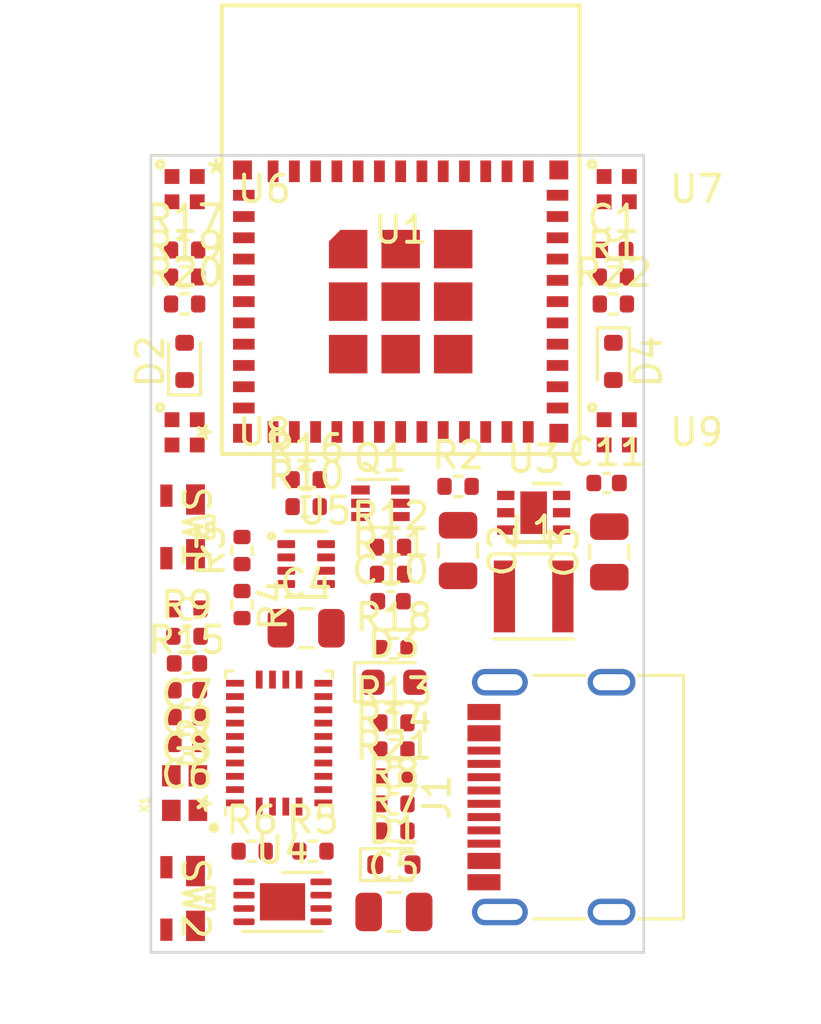
<source format=kicad_pcb>
(kicad_pcb (version 20221018) (generator pcbnew)
  (layers (0 "F.Cu" signal) (1 "In1.Cu" signal) (2 "In2.Cu" signal) (31 "B.Cu" signal) (34 "B.Paste" user) (35 "F.Paste" user) (36 "B.SilkS" user "B.Silkscreen") (37 "F.SilkS" user "F.Silkscreen") (38 "B.Mask" user) (39 "F.Mask" user) (44 "Edge.Cuts" user))
  (net 0 "")
  (net 1 "GND")
  (net 2 "VCC")
  (net 3 "+BATT")
  (net 4 "VBUS")
  (net 5 "Net-(U2-CAP)")
  (net 6 "/BUCK_EN")
  (net 8 "Net-(J1-CC1)")
  (net 9 "/USB_D+")
  (net 10 "/USB_D-")
  (net 12 "Net-(J1-CC2)")
  (net 13 "+3.3V")
  (net 15 "/VBAT_ADC")
  (net 16 "Net-(D1-A)")
  (net 20 "Net-(D2-A)")
  (net 21 "Net-(D3-A)")
  (net 23 "Net-(D4-A)")
  (net 25 "Net-(J1-D+-PadA6)")
  (net 26 "Net-(J1-D--PadA7)")
  (net 27 "Net-(Q1B-D)")
  (net 28 "Net-(Q1A-D)")
  (net 29 "Net-(R17-Pad2)")
  (net 30 "/SW_1")
  (net 36 "/SW_2")
  (net 42 "/OR_ST")
  (net 43 "Net-(U5-~{ON})")
  (net 44 "/CHRG_ST")
  (net 45 "Net-(U4-PROG)")
  (net 46 "Net-(U2-XOUT32{slash}CLKSEL1)")
  (net 49 "/BNO_RSTn")
  (net 50 "/BNO_INTn")
  (net 51 "/BNO_SCL")
  (net 54 "/BNO_SDA")
  (net 55 "/BNO_MOSI")
  (net 56 "/BNO_CSn")
  (net 57 "/BNO_SCLK")
  (net 58 "/BNO_MISO")
  (net 59 "Net-(U2-XIN32)")
  (net 68 "Net-(U1-EN)")
  (net 79 "Net-(U3-LX)")
  (net 85 "/RGB_LED")
  (net 86 "Net-(U6-DOUT)")
  (net 87 "Net-(U7-DOUT)")
  (net 88 "Net-(U8-DOUT)")
  (footprint "Diode_SMD:D_SOD-523" (layer "F.Cu") (at 123.952 83.439 90)
    (fp_text reference "D2" (at 0 -1.3 90) (layer "F.SilkS"))
    (fp_text value "1N4148WT")
    (fp_line (start -1.26 -0.6) (end -1.26 0.6) (stroke (width 0.12)) (layer "F.SilkS"))
    (fp_line (start 0.7 -0.6) (end -1.26 -0.6) (stroke (width 0.12)) (layer "F.SilkS"))
    (fp_line (start 0.7 0.6) (end -1.26 0.6) (stroke (width 0.12)) (layer "F.SilkS"))
    (pad "1" smd roundrect (at -0.7 0 270) (size 0.6 0.7) (layers "F.Cu" "F.Paste" "F.Mask") (net 6 "/BUCK_EN"))
    (pad "2" smd roundrect (at 0.7 0 270) (size 0.6 0.7) (layers "F.Cu" "F.Paste" "F.Mask") (net 20 "Net-(D2-A)"))
  )
  (footprint "Resistor_SMD:R_0402_1005Metric" (layer "F.Cu") (at 131.826 99.06)
    (fp_text reference "R21" (at 0 -1.17) (layer "F.SilkS"))
    (fp_text value "1k")
    (fp_line (start -0.153641 -0.38) (end 0.153641 -0.38) (stroke (width 0.12)) (layer "F.SilkS"))
    (fp_line (start -0.153641 0.38) (end 0.153641 0.38) (stroke (width 0.12)) (layer "F.SilkS"))
    (pad "1" smd roundrect (at -0.51 0) (size 0.54 0.64) (layers "F.Cu" "F.Paste" "F.Mask") (net 4 "VBUS"))
    (pad "2" smd roundrect (at 0.51 0) (size 0.54 0.64) (layers "F.Cu" "F.Paste" "F.Mask") (net 16 "Net-(D1-A)"))
  )
  (footprint "00_tracker_fp:IN-PI15_INL" (layer "F.Cu") (at 123.952 86.106)
    (fp_text reference "U8" (at 3 0 unlocked) (layer "F.SilkS"))
    (fp_text value "IN-PI15TAT5R5G5B")
    (fp_circle (center -0.92 -0.93) (end -0.793 -0.93) (stroke (width 0.1524)) (fill none) (layer "F.SilkS"))
    (pad "1" smd rect (at -0.475 -0.47498) (size 0.5588 0.5588) (layers "F.Cu" "F.Paste" "F.Mask") (net 87 "Net-(U7-DOUT)"))
    (pad "2" smd rect (at -0.475 0.47498) (size 0.5588 0.5588) (layers "F.Cu" "F.Paste" "F.Mask") (net 13 "+3.3V"))
    (pad "3" smd rect (at 0.475 0.47498) (size 0.5588 0.5588) (layers "F.Cu" "F.Paste" "F.Mask") (net 88 "Net-(U8-DOUT)"))
    (pad "4" smd rect (at 0.475 -0.47498) (size 0.5588 0.5588) (layers "F.Cu" "F.Paste" "F.Mask") (net 1 "GND"))
  )
  (footprint "Resistor_SMD:R_0402_1005Metric" (layer "F.Cu") (at 126.111 90.551 90)
    (fp_text reference "R3" (at 0 -1.17 90) (layer "F.SilkS"))
    (fp_text value "100k")
    (fp_line (start -0.153641 -0.38) (end 0.153641 -0.38) (stroke (width 0.12)) (layer "F.SilkS"))
    (fp_line (start -0.153641 0.38) (end 0.153641 0.38) (stroke (width 0.12)) (layer "F.SilkS"))
    (pad "1" smd roundrect (at -0.51 0 90) (size 0.54 0.64) (layers "F.Cu" "F.Paste" "F.Mask") (net 13 "+3.3V"))
    (pad "2" smd roundrect (at 0.51 0 90) (size 0.54 0.64) (layers "F.Cu" "F.Paste" "F.Mask") (net 42 "/OR_ST"))
  )
  (footprint "Capacitor_SMD:C_0805_2012Metric" (layer "F.Cu") (at 134.239 90.551 -90)
    (fp_text reference "C2" (at 0 -1.68 90) (layer "F.SilkS"))
    (fp_text value "10u")
    (fp_line (start -0.261252 -0.735) (end 0.261252 -0.735) (stroke (width 0.12)) (layer "F.SilkS"))
    (fp_line (start -0.261252 0.735) (end 0.261252 0.735) (stroke (width 0.12)) (layer "F.SilkS"))
    (pad "1" smd roundrect (at -0.95 0 270) (size 1 1.45) (layers "F.Cu" "F.Paste" "F.Mask") (net 2 "VCC"))
    (pad "2" smd roundrect (at 0.95 0 270) (size 1 1.45) (layers "F.Cu" "F.Paste" "F.Mask") (net 1 "GND"))
  )
  (footprint "Package_TO_SOT_SMD:SOT-563" (layer "F.Cu") (at 131.318 88.773)
    (fp_text reference "Q1" (at 0 -1.7) (layer "F.SilkS"))
    (fp_text value "SSM6L56FE")
    (fp_line (start -0.9 -0.9) (end 0.65 -0.9) (stroke (width 0.12)) (layer "F.SilkS"))
    (fp_line (start 0.65 0.9) (end -0.65 0.9) (stroke (width 0.12)) (layer "F.SilkS"))
    (pad "1" smd rect (at -0.75 -0.5) (size 0.7 0.34) (layers "F.Cu" "F.Paste" "F.Mask") (net 1 "GND"))
    (pad "2" smd rect (at -0.75 0) (size 0.7 0.34) (layers "F.Cu" "F.Paste" "F.Mask") (net 13 "+3.3V"))
    (pad "3" smd rect (at -0.75 0.5) (size 0.7 0.34) (layers "F.Cu" "F.Paste" "F.Mask") (net 27 "Net-(Q1B-D)"))
    (pad "4" smd rect (at 0.75 0.5) (size 0.7 0.34) (layers "F.Cu" "F.Paste" "F.Mask") (net 3 "+BATT"))
    (pad "5" smd rect (at 0.75 0) (size 0.7 0.34) (layers "F.Cu" "F.Paste" "F.Mask") (net 28 "Net-(Q1A-D)"))
    (pad "6" smd rect (at 0.75 -0.5) (size 0.7 0.34) (layers "F.Cu" "F.Paste" "F.Mask") (net 28 "Net-(Q1A-D)"))
  )
  (footprint "Resistor_SMD:R_0402_1005Metric" (layer "F.Cu") (at 123.952 81.28)
    (fp_text reference "R20" (at 0 -1.17) (layer "F.SilkS"))
    (fp_text value "100k")
    (fp_line (start -0.153641 -0.38) (end 0.153641 -0.38) (stroke (width 0.12)) (layer "F.SilkS"))
    (fp_line (start -0.153641 0.38) (end 0.153641 0.38) (stroke (width 0.12)) (layer "F.SilkS"))
    (pad "1" smd roundrect (at -0.51 0) (size 0.54 0.64) (layers "F.Cu" "F.Paste" "F.Mask") (net 20 "Net-(D2-A)"))
    (pad "2" smd roundrect (at 0.51 0) (size 0.54 0.64) (layers "F.Cu" "F.Paste" "F.Mask") (net 30 "/SW_1"))
  )
  (footprint "Capacitor_SMD:C_0402_1005Metric" (layer "F.Cu") (at 124.0395 97.820784 180)
    (fp_text reference "C6" (at 0 -1.16) (layer "F.SilkS"))
    (fp_text value "100n")
    (fp_line (start -0.107836 -0.36) (end 0.107836 -0.36) (stroke (width 0.12)) (layer "F.SilkS"))
    (fp_line (start -0.107836 0.36) (end 0.107836 0.36) (stroke (width 0.12)) (layer "F.SilkS"))
    (pad "1" smd roundrect (at -0.48 0 180) (size 0.56 0.62) (layers "F.Cu" "F.Paste" "F.Mask") (net 13 "+3.3V"))
    (pad "2" smd roundrect (at 0.48 0 180) (size 0.56 0.62) (layers "F.Cu" "F.Paste" "F.Mask") (net 1 "GND"))
  )
  (footprint "Resistor_SMD:R_0402_1005Metric" (layer "F.Cu") (at 128.524 88.9)
    (fp_text reference "R10" (at 0 -1.17) (layer "F.SilkS"))
    (fp_text value "100k")
    (fp_line (start -0.153641 -0.38) (end 0.153641 -0.38) (stroke (width 0.12)) (layer "F.SilkS"))
    (fp_line (start -0.153641 0.38) (end 0.153641 0.38) (stroke (width 0.12)) (layer "F.SilkS"))
    (pad "1" smd roundrect (at -0.51 0) (size 0.54 0.64) (layers "F.Cu" "F.Paste" "F.Mask") (net 3 "+BATT"))
    (pad "2" smd roundrect (at 0.51 0) (size 0.54 0.64) (layers "F.Cu" "F.Paste" "F.Mask") (net 28 "Net-(Q1A-D)"))
  )
  (footprint "Diode_SMD:D_SOD-523" (layer "F.Cu") (at 131.826 102.362)
    (fp_text reference "D1" (at 0 -1.3) (layer "F.SilkS"))
    (fp_text value "1N4148WT")
    (fp_line (start -1.26 -0.6) (end -1.26 0.6) (stroke (width 0.12)) (layer "F.SilkS"))
    (fp_line (start 0.7 -0.6) (end -1.26 -0.6) (stroke (width 0.12)) (layer "F.SilkS"))
    (fp_line (start 0.7 0.6) (end -1.26 0.6) (stroke (width 0.12)) (layer "F.SilkS"))
    (pad "1" smd roundrect (at -0.7 0 180) (size 0.6 0.7) (layers "F.Cu" "F.Paste" "F.Mask") (net 6 "/BUCK_EN"))
    (pad "2" smd roundrect (at 0.7 0 180) (size 0.6 0.7) (layers "F.Cu" "F.Paste" "F.Mask") (net 16 "Net-(D1-A)"))
  )
  (footprint "00_tracker_fp:EVP-AVAA1A_PAN" (layer "F.Cu") (at 123.444 89.662 -90)
    (fp_text reference "SW1" (at 0 -0.9182 -90 unlocked) (layer "F.SilkS"))
    (fp_text value "EVP-AVAA1A")
    (fp_text user "*" (at -3.57 -0.9182 -90 unlocked) (layer "F.SilkS"))
    (fp_text user "*" (at -3.57 -0.9182 -90 unlocked) (layer "F.SilkS"))
    (fp_line (start -0.127 -1.6002) (end -0.127 -1.3462) (stroke (width 0.1524)) (layer "F.SilkS"))
    (fp_line (start -0.127 -1.3462) (end 0.127 -1.3462) (stroke (width 0.1524)) (layer "F.SilkS"))
    (fp_line (start 0.127 -1.6002) (end -0.127 -1.6002) (stroke (width 0.1524)) (layer "F.SilkS"))
    (fp_line (start 0.127 -1.3462) (end 0.127 -1.6002) (stroke (width 0.1524)) (layer "F.SilkS"))
    (fp_line (start 0.393856 -1.6002) (end -0.393856 -1.6002) (stroke (width 0.1524)) (layer "F.SilkS"))
    (pad "1" smd rect (at -1.174999 0.176799 270) (size 0.8382 0.4572) (layers "F.Cu" "F.Paste" "F.Mask") (net 29 "Net-(R17-Pad2)"))
    (pad "2" smd rect (at -1.03 -0.9182 270) (size 1.143 0.7112) (layers "F.Cu" "F.Paste" "F.Mask"))
    (pad "3" smd rect (at 1.03 -0.9182 270) (size 1.143 0.7112) (layers "F.Cu" "F.Paste" "F.Mask"))
    (pad "4" smd rect (at 1.174999 0.176799 270) (size 0.8382 0.4572) (layers "F.Cu" "F.Paste" "F.Mask") (net 20 "Net-(D2-A)"))
  )
  (footprint "Resistor_SMD:R_0402_1005Metric" (layer "F.Cu") (at 134.239 88.138)
    (fp_text reference "R2" (at 0 -1.17) (layer "F.SilkS"))
    (fp_text value "100k")
    (fp_line (start -0.153641 -0.38) (end 0.153641 -0.38) (stroke (width 0.12)) (layer "F.SilkS"))
    (fp_line (start -0.153641 0.38) (end 0.153641 0.38) (stroke (width 0.12)) (layer "F.SilkS"))
    (pad "1" smd roundrect (at -0.51 0) (size 0.54 0.64) (layers "F.Cu" "F.Paste" "F.Mask") (net 6 "/BUCK_EN"))
    (pad "2" smd roundrect (at 0.51 0) (size 0.54 0.64) (layers "F.Cu" "F.Paste" "F.Mask") (net 1 "GND"))
  )
  (footprint "Package_DFN_QFN:DFN-8-1EP_3x2mm_P0.5mm_EP1.7x1.4mm" (layer "F.Cu") (at 127.635 103.759)
    (fp_text reference "U4" (at 0 -1.95) (layer "F.SilkS"))
    (fp_text value "MCP73832-2-AC")
    (fp_line (start -1.5 1.11) (end 1.5 1.11) (stroke (width 0.12)) (layer "F.SilkS"))
    (fp_line (start 0 -1.11) (end 1.5 -1.11) (stroke (width 0.12)) (layer "F.SilkS"))
    (pad "1" smd roundrect (at -1.45 -0.75) (size 0.8 0.25) (layers "F.Cu" "F.Paste" "F.Mask") (net 4 "VBUS"))
    (pad "2" smd roundrect (at -1.45 -0.25) (size 0.8 0.25) (layers "F.Cu" "F.Paste" "F.Mask") (net 4 "VBUS"))
    (pad "3" smd roundrect (at -1.45 0.25) (size 0.8 0.25) (layers "F.Cu" "F.Paste" "F.Mask") (net 3 "+BATT"))
    (pad "4" smd roundrect (at -1.45 0.75) (size 0.8 0.25) (layers "F.Cu" "F.Paste" "F.Mask") (net 3 "+BATT"))
    (pad "5" smd roundrect (at 1.45 0.75) (size 0.8 0.25) (layers "F.Cu" "F.Paste" "F.Mask") (net 44 "/CHRG_ST"))
    (pad "6" smd roundrect (at 1.45 0.25) (size 0.8 0.25) (layers "F.Cu" "F.Paste" "F.Mask") (net 1 "GND"))
    (pad "7" smd roundrect (at 1.45 -0.25) (size 0.8 0.25) (layers "F.Cu" "F.Paste" "F.Mask"))
    (pad "8" smd roundrect (at 1.45 -0.75) (size 0.8 0.25) (layers "F.Cu" "F.Paste" "F.Mask") (net 45 "Net-(U4-PROG)"))
    (pad "9" smd rect (at 0 0) (size 1.7 1.4) (layers "F.Cu" "F.Mask"))
  )
  (footprint "Resistor_SMD:R_0402_1005Metric" (layer "F.Cu") (at 131.826 98.044)
    (fp_text reference "R14" (at 0 -1.17) (layer "F.SilkS"))
    (fp_text value "22")
    (fp_line (start -0.153641 -0.38) (end 0.153641 -0.38) (stroke (width 0.12)) (layer "F.SilkS"))
    (fp_line (start -0.153641 0.38) (end 0.153641 0.38) (stroke (width 0.12)) (layer "F.SilkS"))
    (pad "1" smd roundrect (at -0.51 0) (size 0.54 0.64) (layers "F.Cu" "F.Paste" "F.Mask") (net 25 "Net-(J1-D+-PadA6)"))
    (pad "2" smd roundrect (at 0.51 0) (size 0.54 0.64) (layers "F.Cu" "F.Paste" "F.Mask") (net 9 "/USB_D+"))
  )
  (footprint "Capacitor_SMD:C_0402_1005Metric" (layer "F.Cu") (at 124.0395 96.811968 180)
    (fp_text reference "C8" (at 0 -1.16) (layer "F.SilkS"))
    (fp_text value "100n")
    (fp_line (start -0.107836 -0.36) (end 0.107836 -0.36) (stroke (width 0.12)) (layer "F.SilkS"))
    (fp_line (start -0.107836 0.36) (end 0.107836 0.36) (stroke (width 0.12)) (layer "F.SilkS"))
    (pad "1" smd roundrect (at -0.48 0 180) (size 0.56 0.62) (layers "F.Cu" "F.Paste" "F.Mask") (net 13 "+3.3V"))
    (pad "2" smd roundrect (at 0.48 0 180) (size 0.56 0.62) (layers "F.Cu" "F.Paste" "F.Mask") (net 1 "GND"))
  )
  (footprint "Diode_SMD:D_SOD-523" (layer "F.Cu") (at 140.081 83.439 -90)
    (fp_text reference "D4" (at 0 -1.3 90) (layer "F.SilkS"))
    (fp_text value "1N4148WT")
    (fp_line (start -1.26 -0.6) (end -1.26 0.6) (stroke (width 0.12)) (layer "F.SilkS"))
    (fp_line (start 0.7 -0.6) (end -1.26 -0.6) (stroke (width 0.12)) (layer "F.SilkS"))
    (fp_line (start 0.7 0.6) (end -1.26 0.6) (stroke (width 0.12)) (layer "F.SilkS"))
    (pad "1" smd roundrect (at -0.7 0 90) (size 0.6 0.7) (layers "F.Cu" "F.Paste" "F.Mask") (net 6 "/BUCK_EN"))
    (pad "2" smd roundrect (at 0.7 0 90) (size 0.6 0.7) (layers "F.Cu" "F.Paste" "F.Mask") (net 23 "Net-(D4-A)"))
  )
  (footprint "00_tracker_fp:EVP-AVAA1A_PAN" (layer "F.Cu") (at 123.444 103.632 -90)
    (fp_text reference "SW2" (at 0 -0.9182 -90 unlocked) (layer "F.SilkS"))
    (fp_text value "EVP-AVAA1A")
    (fp_text user "*" (at -3.57 -0.9182 -90 unlocked) (layer "F.SilkS"))
    (fp_text user "*" (at -3.57 -0.9182 -90 unlocked) (layer "F.SilkS"))
    (fp_line (start -0.127 -1.6002) (end -0.127 -1.3462) (stroke (width 0.1524)) (layer "F.SilkS"))
    (fp_line (start -0.127 -1.3462) (end 0.127 -1.3462) (stroke (width 0.1524)) (layer "F.SilkS"))
    (fp_line (start 0.127 -1.6002) (end -0.127 -1.6002) (stroke (width 0.1524)) (layer "F.SilkS"))
    (fp_line (start 0.127 -1.3462) (end 0.127 -1.6002) (stroke (width 0.1524)) (layer "F.SilkS"))
    (fp_line (start 0.393856 -1.6002) (end -0.393856 -1.6002) (stroke (width 0.1524)) (layer "F.SilkS"))
    (pad "1" smd rect (at -1.174999 0.176799 270) (size 0.8382 0.4572) (layers "F.Cu" "F.Paste" "F.Mask") (net 1 "GND"))
    (pad "2" smd rect (at -1.03 -0.9182 270) (size 1.143 0.7112) (layers "F.Cu" "F.Paste" "F.Mask"))
    (pad "3" smd rect (at 1.03 -0.9182 270) (size 1.143 0.7112) (layers "F.Cu" "F.Paste" "F.Mask"))
    (pad "4" smd rect (at 1.174999 0.176799 270) (size 0.8382 0.4572) (layers "F.Cu" "F.Paste" "F.Mask") (net 36 "/SW_2"))
  )
  (footprint "Capacitor_SMD:C_0402_1005Metric" (layer "F.Cu") (at 124.0395 94.794336 180)
    (fp_text reference "C7" (at 0 -1.16) (layer "F.SilkS"))
    (fp_text value "100n")
    (fp_line (start -0.107836 -0.36) (end 0.107836 -0.36) (stroke (width 0.12)) (layer "F.SilkS"))
    (fp_line (start -0.107836 0.36) (end 0.107836 0.36) (stroke (width 0.12)) (layer "F.SilkS"))
    (pad "1" smd roundrect (at -0.48 0 180) (size 0.56 0.62) (layers "F.Cu" "F.Paste" "F.Mask") (net 5 "Net-(U2-CAP)"))
    (pad "2" smd roundrect (at 0.48 0 180) (size 0.56 0.62) (layers "F.Cu" "F.Paste" "F.Mask") (net 1 "GND"))
  )
  (footprint "Resistor_SMD:R_0402_1005Metric" (layer "F.Cu") (at 140.081 80.264)
    (fp_text reference "R1" (at 0 -1.17) (layer "F.SilkS"))
    (fp_text value "10k")
    (fp_line (start -0.153641 -0.38) (end 0.153641 -0.38) (stroke (width 0.12)) (layer "F.SilkS"))
    (fp_line (start -0.153641 0.38) (end 0.153641 0.38) (stroke (width 0.12)) (layer "F.SilkS"))
    (pad "1" smd roundrect (at -0.51 0) (size 0.54 0.64) (layers "F.Cu" "F.Paste" "F.Mask") (net 13 "+3.3V"))
    (pad "2" smd roundrect (at 0.51 0) (size 0.54 0.64) (layers "F.Cu" "F.Paste" "F.Mask") (net 68 "Net-(U1-EN)"))
  )
  (footprint "00_tracker_fp:IN-PI15_INL" (layer "F.Cu") (at 123.952 76.962)
    (fp_text reference "U6" (at 3 0 unlocked) (layer "F.SilkS"))
    (fp_text value "IN-PI15TAT5R5G5B")
    (fp_circle (center -0.92 -0.93) (end -0.793 -0.93) (stroke (width 0.1524)) (fill none) (layer "F.SilkS"))
    (pad "1" smd rect (at -0.475 -0.47498) (size 0.5588 0.5588) (layers "F.Cu" "F.Paste" "F.Mask") (net 85 "/RGB_LED"))
    (pad "2" smd rect (at -0.475 0.47498) (size 0.5588 0.5588) (layers "F.Cu" "F.Paste" "F.Mask") (net 13 "+3.3V"))
    (pad "3" smd rect (at 0.475 0.47498) (size 0.5588 0.5588) (layers "F.Cu" "F.Paste" "F.Mask") (net 86 "Net-(U6-DOUT)"))
    (pad "4" smd rect (at 0.475 -0.47498) (size 0.5588 0.5588) (layers "F.Cu" "F.Paste" "F.Mask") (net 1 "GND"))
  )
  (footprint "Resistor_SMD:R_0402_1005Metric" (layer "F.Cu") (at 131.699 90.424)
    (fp_text reference "R12" (at 0 -1.17) (layer "F.SilkS"))
    (fp_text value "120k")
    (fp_line (start -0.153641 -0.38) (end 0.153641 -0.38) (stroke (width 0.12)) (layer "F.SilkS"))
    (fp_line (start -0.153641 0.38) (end 0.153641 0.38) (stroke (width 0.12)) (layer "F.SilkS"))
    (pad "1" smd roundrect (at -0.51 0) (size 0.54 0.64) (layers "F.Cu" "F.Paste" "F.Mask") (net 15 "/VBAT_ADC"))
    (pad "2" smd roundrect (at 0.51 0) (size 0.54 0.64) (layers "F.Cu" "F.Paste" "F.Mask") (net 1 "GND"))
  )
  (footprint "Resistor_SMD:R_0402_1005Metric" (layer "F.Cu") (at 140.081 81.28)
    (fp_text reference "R22" (at 0 -1.17) (layer "F.SilkS"))
    (fp_text value "100k")
    (fp_line (start -0.153641 -0.38) (end 0.153641 -0.38) (stroke (width 0.12)) (layer "F.SilkS"))
    (fp_line (start -0.153641 0.38) (end 0.153641 0.38) (stroke (width 0.12)) (layer "F.SilkS"))
    (pad "1" smd roundrect (at -0.51 0) (size 0.54 0.64) (layers "F.Cu" "F.Paste" "F.Mask") (net 23 "Net-(D4-A)"))
    (pad "2" smd roundrect (at 0.51 0) (size 0.54 0.64) (layers "F.Cu" "F.Paste" "F.Mask"))
  )
  (footprint "Capacitor_SMD:C_0402_1005Metric" (layer "F.Cu") (at 140.081 79.248)
    (fp_text reference "C1" (at 0 -1.16) (layer "F.SilkS"))
    (fp_text value "1u")
    (fp_line (start -0.107836 -0.36) (end 0.107836 -0.36) (stroke (width 0.12)) (layer "F.SilkS"))
    (fp_line (start -0.107836 0.36) (end 0.107836 0.36) (stroke (width 0.12)) (layer "F.SilkS"))
    (pad "1" smd roundrect (at -0.48 0) (size 0.56 0.62) (layers "F.Cu" "F.Paste" "F.Mask") (net 68 "Net-(U1-EN)"))
    (pad "2" smd roundrect (at 0.48 0) (size 0.56 0.62) (layers "F.Cu" "F.Paste" "F.Mask") (net 1 "GND"))
  )
  (footprint "Capacitor_SMD:C_0805_2012Metric" (layer "F.Cu") (at 131.826 104.14)
    (fp_text reference "C5" (at 0 -1.68) (layer "F.SilkS"))
    (fp_text value "10u")
    (fp_line (start -0.261252 -0.735) (end 0.261252 -0.735) (stroke (width 0.12)) (layer "F.SilkS"))
    (fp_line (start -0.261252 0.735) (end 0.261252 0.735) (stroke (width 0.12)) (layer "F.SilkS"))
    (pad "1" smd roundrect (at -0.95 0) (size 1 1.45) (layers "F.Cu" "F.Paste" "F.Mask") (net 4 "VBUS"))
    (pad "2" smd roundrect (at 0.95 0) (size 1 1.45) (layers "F.Cu" "F.Paste" "F.Mask") (net 1 "GND"))
  )
  (footprint "00_tracker_fp:SOT-5X3_DRL_TEX-L" (layer "F.Cu") (at 128.524 91.059)
    (fp_text reference "U5" (at 0.7 -2 unlocked) (layer "F.SilkS"))
    (fp_text value "LM66200")
    (fp_line (start -0.7747 1.2319) (end 0.7747 1.2319) (stroke (width 0.1524)) (layer "F.SilkS"))
    (fp_line (start 0.7747 -1.2319) (end -0.7747 -1.2319) (stroke (width 0.1524)) (layer "F.SilkS"))
    (fp_circle (center -1.307169 -1.048046) (end -1.205569 -1.048046) (stroke (width 0.1524)) (fill none) (layer "F.SilkS"))
    (pad "1" smd roundrect (at -0.7493 -0.750189) (size 0.67 0.3) (layers "F.Cu" "F.Paste" "F.Mask") (roundrect_rratio 0.1666666667) (net 1 "GND"))
    (pad "2" smd roundrect (at -0.7493 -0.250063) (size 0.67 0.3) (layers "F.Cu" "F.Paste" "F.Mask") (roundrect_rratio 0.1666666667) (net 2 "VCC"))
    (pad "3" smd roundrect (at -0.7493 0.250063) (size 0.67 0.3) (layers "F.Cu" "F.Paste" "F.Mask") (roundrect_rratio 0.1666666667) (net 3 "+BATT"))
    (pad "4" smd roundrect (at -0.7493 0.750189) (size 0.67 0.3) (layers "F.Cu" "F.Paste" "F.Mask") (roundrect_rratio 0.1666666667) (net 43 "Net-(U5-~{ON})"))
    (pad "5" smd roundrect (at 0.7493 0.750189) (size 0.67 0.3) (layers "F.Cu" "F.Paste" "F.Mask") (roundrect_rratio 0.1666666667) (net 1 "GND"))
    (pad "6" smd roundrect (at 0.7493 0.250063) (size 0.67 0.3) (layers "F.Cu" "F.Paste" "F.Mask") (roundrect_rratio 0.1666666667) (net 4 "VBUS"))
    (pad "7" smd roundrect (at 0.7493 -0.250063) (size 0.67 0.3) (layers "F.Cu" "F.Paste" "F.Mask") (roundrect_rratio 0.1666666667) (net 2 "VCC"))
    (pad "8" smd roundrect (at 0.7493 -0.750189) (size 0.67 0.3) (layers "F.Cu" "F.Paste" "F.Mask") (roundrect_rratio 0.1666666667) (net 42 "/OR_ST"))
  )
  (footprint "Resistor_SMD:R_0402_1005Metric" (layer "F.Cu") (at 131.826 97.028)
    (fp_text reference "R13" (at 0 -1.17) (layer "F.SilkS"))
    (fp_text value "22")
    (fp_line (start -0.153641 -0.38) (end 0.153641 -0.38) (stroke (width 0.12)) (layer "F.SilkS"))
    (fp_line (start -0.153641 0.38) (end 0.153641 0.38) (stroke (width 0.12)) (layer "F.SilkS"))
    (pad "1" smd roundrect (at -0.51 0) (size 0.54 0.64) (layers "F.Cu" "F.Paste" "F.Mask") (net 26 "Net-(J1-D--PadA7)"))
    (pad "2" smd roundrect (at 0.51 0) (size 0.54 0.64) (layers "F.Cu" "F.Paste" "F.Mask") (net 10 "/USB_D-"))
  )
  (footprint "Resistor_SMD:R_0402_1005Metric" (layer "F.Cu") (at 128.778 101.854)
    (fp_text reference "R5" (at 0 -1.17) (layer "F.SilkS"))
    (fp_text value "100k")
    (fp_line (start -0.153641 -0.38) (end 0.153641 -0.38) (stroke (width 0.12)) (layer "F.SilkS"))
    (fp_line (start -0.153641 0.38) (end 0.153641 0.38) (stroke (width 0.12)) (layer "F.SilkS"))
    (pad "1" smd roundrect (at -0.51 0) (size 0.54 0.64) (layers "F.Cu" "F.Paste" "F.Mask") (net 13 "+3.3V"))
    (pad "2" smd roundrect (at 0.51 0) (size 0.54 0.64) (layers "F.Cu" "F.Paste" "F.Mask") (net 44 "/CHRG_ST"))
  )
  (footprint "Resistor_SMD:R_0402_1005Metric" (layer "F.Cu") (at 131.826 101.092)
    (fp_text reference "R7" (at 0 -1.17) (layer "F.SilkS"))
    (fp_text value "5.1k")
    (fp_line (start -0.153641 -0.38) (end 0.153641 -0.38) (stroke (width 0.12)) (layer "F.SilkS"))
    (fp_line (start -0.153641 0.38) (end 0.153641 0.38) (stroke (width 0.12)) (layer "F.SilkS"))
    (pad "1" smd roundrect (at -0.51 0) (size 0.54 0.64) (layers "F.Cu" "F.Paste" "F.Mask") (net 12 "Net-(J1-CC2)"))
    (pad "2" smd roundrect (at 0.51 0) (size 0.54 0.64) (layers "F.Cu" "F.Paste" "F.Mask") (net 1 "GND"))
  )
  (footprint "Capacitor_SMD:C_0402_1005Metric" (layer "F.Cu") (at 139.827 88.011)
    (fp_text reference "C11" (at 0 -1.16) (layer "F.SilkS"))
    (fp_text value "100n")
    (fp_line (start -0.107836 -0.36) (end 0.107836 -0.36) (stroke (width 0.12)) (layer "F.SilkS"))
    (fp_line (start -0.107836 0.36) (end 0.107836 0.36) (stroke (width 0.12)) (layer "F.SilkS"))
    (pad "1" smd roundrect (at -0.48 0) (size 0.56 0.62) (layers "F.Cu" "F.Paste" "F.Mask") (net 6 "/BUCK_EN"))
    (pad "2" smd roundrect (at 0.48 0) (size 0.56 0.62) (layers "F.Cu" "F.Paste" "F.Mask") (net 1 "GND"))
  )
  (footprint "00_tracker_fp:OSC_ECS-1618-300-BN-TR" (layer "F.Cu") (at 123.952 99.6696 90)
    (fp_text reference "X1" (at -0.434823 -1.506056 90) (layer "F.SilkS") (effects (font (size 0.320607 0.320607))))
    (fp_text value "32.768kHz")
    (fp_circle (center -1.3 1.1) (end -1.2 1.1) (stroke (width 0.2)) (fill none) (layer "F.SilkS"))
    (pad "1" smd rect (at -0.65 0.5 180) (size 0.7 0.8) (layers "F.Cu" "F.Paste" "F.Mask") (net 13 "+3.3V"))
    (pad "2" smd rect (at 0.65 0.5 180) (size 0.7 0.8) (layers "F.Cu" "F.Paste" "F.Mask") (net 1 "GND"))
    (pad "3" smd rect (at 0.65 -0.5 180) (size 0.7 0.8) (layers "F.Cu" "F.Paste" "F.Mask") (net 59 "Net-(U2-XIN32)"))
    (pad "4" smd rect (at -0.65 -0.5 180) (size 0.7 0.8) (layers "F.Cu" "F.Paste" "F.Mask") (net 13 "+3.3V"))
  )
  (footprint "00_tracker_fp:IN-PI15_INL" (layer "F.Cu") (at 140.208 76.962)
    (fp_text reference "U7" (at 3 0 unlocked) (layer "F.SilkS"))
    (fp_text value "IN-PI15TAT5R5G5B")
    (fp_circle (center -0.92 -0.93) (end -0.793 -0.93) (stroke (width 0.1524)) (fill none) (layer "F.SilkS"))
    (pad "1" smd rect (at -0.475 -0.47498) (size 0.5588 0.5588) (layers "F.Cu" "F.Paste" "F.Mask") (net 86 "Net-(U6-DOUT)"))
    (pad "2" smd rect (at -0.475 0.47498) (size 0.5588 0.5588) (layers "F.Cu" "F.Paste" "F.Mask") (net 13 "+3.3V"))
    (pad "3" smd rect (at 0.475 0.47498) (size 0.5588 0.5588) (layers "F.Cu" "F.Paste" "F.Mask") (net 87 "Net-(U7-DOUT)"))
    (pad "4" smd rect (at 0.475 -0.47498) (size 0.5588 0.5588) (layers "F.Cu" "F.Paste" "F.Mask") (net 1 "GND"))
  )
  (footprint "Resistor_SMD:R_0402_1005Metric" (layer "F.Cu") (at 124.0395 92.7467 180)
    (fp_text reference "R15" (at 0 -1.17) (layer "F.SilkS"))
    (fp_text value "10k")
    (fp_line (start -0.153641 -0.38) (end 0.153641 -0.38) (stroke (width 0.12)) (layer "F.SilkS"))
    (fp_line (start -0.153641 0.38) (end 0.153641 0.38) (stroke (width 0.12)) (layer "F.SilkS"))
    (pad "1" smd roundrect (at -0.51 0 180) (size 0.54 0.64) (layers "F.Cu" "F.Paste" "F.Mask") (net 49 "/BNO_RSTn"))
    (pad "2" smd roundrect (at 0.51 0 180) (size 0.54 0.64) (layers "F.Cu" "F.Paste" "F.Mask") (net 1 "GND"))
  )
  (footprint "Resistor_SMD:R_0402_1005Metric" (layer "F.Cu") (at 126.492 101.854)
    (fp_text reference "R6" (at 0 -1.17) (layer "F.SilkS"))
    (fp_text value "4.7k")
    (fp_line (start -0.153641 -0.38) (end 0.153641 -0.38) (stroke (width 0.12)) (layer "F.SilkS"))
    (fp_line (start -0.153641 0.38) (end 0.153641 0.38) (stroke (width 0.12)) (layer "F.SilkS"))
    (pad "1" smd roundrect (at -0.51 0) (size 0.54 0.64) (layers "F.Cu" "F.Paste" "F.Mask") (net 45 "Net-(U4-PROG)"))
    (pad "2" smd roundrect (at 0.51 0) (size 0.54 0.64) (layers "F.Cu" "F.Paste" "F.Mask") (net 1 "GND"))
  )
  (footprint "00_tracker_fp:IN-PI15_INL" (layer "F.Cu") (at 140.208 86.106)
    (fp_text reference "U9" (at 3 0 unlocked) (layer "F.SilkS"))
    (fp_text value "IN-PI15TAT5R5G5B")
    (fp_circle (center -0.92 -0.93) (end -0.793 -0.93) (stroke (width 0.1524)) (fill none) (layer "F.SilkS"))
    (pad "1" smd rect (at -0.475 -0.47498) (size 0.5588 0.5588) (layers "F.Cu" "F.Paste" "F.Mask") (net 88 "Net-(U8-DOUT)"))
    (pad "2" smd rect (at -0.475 0.47498) (size 0.5588 0.5588) (layers "F.Cu" "F.Paste" "F.Mask") (net 13 "+3.3V"))
    (pad "3" smd rect (at 0.475 0.47498) (size 0.5588 0.5588) (layers "F.Cu" "F.Paste" "F.Mask"))
    (pad "4" smd rect (at 0.475 -0.47498) (size 0.5588 0.5588) (layers "F.Cu" "F.Paste" "F.Mask") (net 1 "GND"))
  )
  (footprint "Resistor_SMD:R_0402_1005Metric" (layer "F.Cu") (at 131.826 100.076)
    (fp_text reference "R8" (at 0 -1.17) (layer "F.SilkS"))
    (fp_text value "5.1k")
    (fp_line (start -0.153641 -0.38) (end 0.153641 -0.38) (stroke (width 0.12)) (layer "F.SilkS"))
    (fp_line (start -0.153641 0.38) (end 0.153641 0.38) (stroke (width 0.12)) (layer "F.SilkS"))
    (pad "1" smd roundrect (at -0.51 0) (size 0.54 0.64) (layers "F.Cu" "F.Paste" "F.Mask") (net 8 "Net-(J1-CC1)"))
    (pad "2" smd roundrect (at 0.51 0) (size 0.54 0.64) (layers "F.Cu" "F.Paste" "F.Mask") (net 1 "GND"))
  )
  (footprint "00_tracker_fp:ESP32-C3-MINI-1_EXP" (layer "F.Cu") (at 132.08 78.486)
    (fp_text reference "U1" (at 0 0 unlocked) (layer "F.SilkS"))
    (fp_text value "ESP32-C3-MINI-1-N4")
    (fp_text user "*" (at -6.9414 -2.0759 unlocked) (layer "F.SilkS"))
    (fp_text user "*" (at -6.9414 -2.0759 unlocked) (layer "F.SilkS"))
    (fp_line (start -6.731 -8.4328) (end 6.731 -8.4328) (stroke (width 0.1524)) (layer "F.SilkS"))
    (fp_line (start -6.731 8.4328) (end -6.731 -8.4328) (stroke (width 0.1524)) (layer "F.SilkS"))
    (fp_line (start 6.731 -8.4328) (end 6.731 8.4328) (stroke (width 0.1524)) (layer "F.SilkS"))
    (fp_line (start 6.731 8.4328) (end -6.731 8.4328) (stroke (width 0.1524)) (layer "F.SilkS"))
    (pad "1" smd rect (at -5.899998 -1.2949 90) (size 0.4064 0.8128) (layers "F.Cu" "F.Paste" "F.Mask") (net 1 "GND"))
    (pad "2" smd rect (at -5.899998 -0.494899 90) (size 0.4064 0.8128) (layers "F.Cu" "F.Paste" "F.Mask") (net 1 "GND"))
    (pad "3" smd rect (at -5.899998 0.3051 90) (size 0.4064 0.8128) (layers "F.Cu" "F.Paste" "F.Mask") (net 13 "+3.3V"))
    (pad "4" smd rect (at -5.899998 1.105101 90) (size 0.4064 0.8128) (layers "F.Cu" "F.Paste" "F.Mask"))
    (pad "5" smd rect (at -5.899998 1.905099 90) (size 0.4064 0.8128) (layers "F.Cu" "F.Paste" "F.Mask"))
    (pad "6" smd rect (at -5.899998 2.7051 90) (size 0.4064 0.8128) (layers "F.Cu" "F.Paste" "F.Mask"))
    (pad "7" smd rect (at -5.899998 3.505101 90) (size 0.4064 0.8128) (layers "F.Cu" "F.Paste" "F.Mask"))
    (pad "8" smd rect (at -5.899998 4.305099 90) (size 0.4064 0.8128) (layers "F.Cu" "F.Paste" "F.Mask") (net 68 "Net-(U1-EN)"))
    (pad "9" smd rect (at -5.899998 5.1051 90) (size 0.4064 0.8128) (layers "F.Cu" "F.Paste" "F.Mask"))
    (pad "10" smd rect (at -5.899998 5.905099 90) (size 0.4064 0.8128) (layers "F.Cu" "F.Paste" "F.Mask"))
    (pad "11" smd rect (at -5.899998 6.7051 90) (size 0.4064 0.8128) (layers "F.Cu" "F.Paste" "F.Mask") (net 1 "GND"))
    (pad "12" smd rect (at -4.800001 7.6051) (size 0.4064 0.8128) (layers "F.Cu" "F.Paste" "F.Mask"))
    (pad "13" smd rect (at -4 7.6051) (size 0.4064 0.8128) (layers "F.Cu" "F.Paste" "F.Mask"))
    (pad "14" smd rect (at -3.199999 7.6051) (size 0.4064 0.8128) (layers "F.Cu" "F.Paste" "F.Mask") (net 1 "GND"))
    (pad "15" smd rect (at -2.4 7.6051) (size 0.4064 0.8128) (layers "F.Cu" "F.Paste" "F.Mask"))
    (pad "16" smd rect (at -1.599999 7.6051) (size 0.4064 0.8128) (layers "F.Cu" "F.Paste" "F.Mask"))
    (pad "17" smd rect (at -0.800001 7.6051) (size 0.4064 0.8128) (layers "F.Cu" "F.Paste" "F.Mask"))
    (pad "18" smd rect (at 0 7.6051) (size 0.4064 0.8128) (layers "F.Cu" "F.Paste" "F.Mask"))
    (pad "19" smd rect (at 0.800001 7.6051) (size 0.4064 0.8128) (layers "F.Cu" "F.Paste" "F.Mask"))
    (pad "20" smd rect (at 1.599999 7.6051) (size 0.4064 0.8128) (layers "F.Cu" "F.Paste" "F.Mask"))
    (pad "21" smd rect (at 2.4 7.6051) (size 0.4064 0.8128) (layers "F.Cu" "F.Paste" "F.Mask"))
    (pad "22" smd rect (at 3.199999 7.6051) (size 0.4064 0.8128) (layers "F.Cu" "F.Paste" "F.Mask"))
    (pad "23" smd rect (at 4 7.6051) (size 0.4064 0.8128) (layers "F.Cu" "F.Paste" "F.Mask"))
    (pad "24" smd rect (at 4.799998 7.6051) (size 0.4064 0.8128) (layers "F.Cu" "F.Paste" "F.Mask"))
    (pad "25" smd rect (at 5.899998 6.7051 90) (size 0.4064 0.8128) (layers "F.Cu" "F.Paste" "F.Mask"))
    (pad "26" smd rect (at 5.899998 5.905099 90) (size 0.4064 0.8128) (layers "F.Cu" "F.Paste" "F.Mask") (net 10 "/USB_D-"))
    (pad "27" smd rect (at 5.899998 5.1051 90) (size 0.4064 0.8128) (layers "F.Cu" "F.Paste" "F.Mask") (net 9 "/USB_D+"))
    (pad "28" smd rect (at 5.899998 4.305099 90) (size 0.4064 0.8128) (layers "F.Cu" "F.Paste" "F.Mask"))
    (pad "29" smd rect (at 5.899998 3.505101 90) (size 0.4064 0.8128) (layers "F.Cu" "F.Paste" "F.Mask"))
    (pad "30" smd rect (at 5.899998 2.7051 90) (size 0.4064 0.8128) (layers "F.Cu" "F.Paste" "F.Mask"))
    (pad "31" smd rect (at 5.899998 1.905099 90) (size 0.4064 0.8128) (layers "F.Cu" "F.Paste" "F.Mask"))
    (pad "32" smd rect (at 5.899998 1.105101 90) (size 0.4064 0.8128) (layers "F.Cu" "F.Paste" "F.Mask"))
    (pad "33" smd rect (at 5.899998 0.3051 90) (size 0.4064 0.8128) (layers "F.Cu" "F.Paste" "F.Mask"))
    (pad "34" smd rect (at 5.899998 -0.494899 90) (size 0.4064 0.8128) (layers "F.Cu" "F.Paste" "F.Mask"))
    (pad "35" smd rect (at 5.899998 -1.2949 90) (size 0.4064 0.8128) (layers "F.Cu" "F.Paste" "F.Mask"))
    (pad "36" smd rect (at 4.800001 -2.1949) (size 0.4064 0.8128) (layers "F.Cu" "F.Paste" "F.Mask") (net 1 "GND"))
    (pad "37" smd rect (at 4 -2.1949) (size 0.4064 0.8128) (layers "F.Cu" "F.Paste" "F.Mask") (net 1 "GND"))
    (pad "38" smd rect (at 3.199999 -2.1949) (size 0.4064 0.8128) (layers "F.Cu" "F.Paste" "F.Mask") (net 1 "GND"))
    (pad "39" smd rect (at 2.4 -2.1949) (size 0.4064 0.8128) (layers "F.Cu" "F.Paste" "F.Mask") (net 1 "GND"))
    (pad "40" smd rect (at 1.599999 -2.1949) (size 0.4064 0.8128) (layers "F.Cu" "F.Paste" "F.Mask") (net 1 "GND"))
    (pad "41" smd rect (at 0.800001 -2.1949) (size 0.4064 0.8128) (layers "F.Cu" "F.Paste" "F.Mask") (net 1 "GND"))
    (pad "42" smd rect (at 0 -2.1949) (size 0.4064 0.8128) (layers "F.Cu" "F.Paste" "F.Mask") (net 1 "GND"))
    (pad "43" smd rect (at -0.800001 -2.1949) (size 0.4064 0.8128) (layers "F.Cu" "F.Paste" "F.Mask") (net 1 "GND"))
    (pad "44" smd rect (at -1.599999 -2.1949) (size 0.4064 0.8128) (layers "F.Cu" "F.Paste" "F.Mask") (net 1 "GND"))
    (pad "45" smd rect (at -2.4 -2.1949) (size 0.4064 0.8128) (layers "F.Cu" "F.Paste" "F.Mask") (net 1 "GND"))
    (pad "46" smd rect (at -3.199999 -2.1949) (size 0.4064 0.8128) (layers "F.Cu" "F.Paste" "F.Mask") (net 1 "GND"))
    (pad "47" smd rect (at -4 -2.1949) (size 0.4064 0.8128) (layers "F.Cu" "F.Paste" "F.Mask") (net 1 "GND"))
    (pad "48" smd rect (at -4.799998 -2.1949) (size 0.4064 0.8128) (layers "F.Cu" "F.Paste" "F.Mask") (net 1 "GND"))
    (pad "49" smd rect (at 0 2.7051 90) (size 1.4478 1.4478) (layers "F.Cu" "F.Paste" "F.Mask") (net 1 "GND"))
    (pad "50" smd rect (at 5.95 -2.2449 90) (size 0.7112 0.7112) (layers "F.Cu" "F.Paste" "F.Mask") (net 1 "GND"))
    (pad "51" smd rect (at 5.95 7.6551 90) (size 0.7112 0.7112) (layers "F.Cu" "F.Paste" "F.Mask") (net 1 "GND"))
    (pad "52" smd rect (at -5.95 7.6551 90) (size 0.7112 0.7112) (layers "F.Cu" "F.Paste" "F.Mask") (net 1 "GND"))
    (pad "53" smd rect (at -5.95 -2.2449 90) (size 0.7112 0.7112) (layers "F.Cu" "F.Paste" "F.Mask") (net 1 "GND"))
    (pad "54" smd rect (at 1.975 0.7301 90) (size 1.4478 1.4478) (layers "F.Cu" "F.Paste" "F.Mask") (net 1 "GND"))
    (pad "55" smd rect (at 1.975 2.7051 90) (size 1.4478 1.4478) (layers "F.Cu" "F.Paste" "F.Mask") (net 1 "GND"))
    (pad "56" smd rect (at 1.975 4.6801 90) (size 1.4478 1.4478) (layers "F.Cu" "F.Paste" "F.Mask") (net 1 "GND"))
    (pad "57" smd rect (at 0 4.6801 90) (size 1.4478 1.4478) (layers "F.Cu" "F.Paste" "F.Mask") (net 1 "GND"))
    (pad "58" smd rect (at -1.975 4.6801 90) (size 1.4478 1.4478) (layers "F.Cu" "F.Paste" "F.Mask") (net 1 "GND"))
    (pad "59" smd rect (at -1.975 2.7051 90) (size 1.4478 1.4478) (layers "F.Cu" "F.Paste" "F.Mask") (net 1 "GND"))
    (pad "60" smd roundrect (at -1.975 0.7301) (size 1.4478 1.4478) (layers "F.Cu" "F.Paste" "F.Mask") (roundrect_rratio 0) (chamfer_ratio 0.3) (chamfer top_left) (net 1 "GND"))
    (pad "61" smd rect (at 0 0.7301 90) (size 1.4478 1.4478) (layers "F.Cu" "F.Paste" "F.Mask") (net 1 "GND"))
  )
  (footprint "Resistor_SMD:R_0402_1005Metric" (layer "F.Cu") (at 123.952 79.248)
    (fp_text reference "R17" (at 0 -1.17) (layer "F.SilkS"))
    (fp_text value "1k")
    (fp_line (start -0.153641 -0.38) (end 0.153641 -0.38) (stroke (width 0.12)) (layer "F.SilkS"))
    (fp_line (start -0.153641 0.38) (end 0.153641 0.38) (stroke (width 0.12)) (layer "F.SilkS"))
    (pad "1" smd roundrect (at -0.51 0) (size 0.54 0.64) (layers "F.Cu" "F.Paste" "F.Mask") (net 2 "VCC"))
    (pad "2" smd roundrect (at 0.51 0) (size 0.54 0.64) (layers "F.Cu" "F.Paste" "F.Mask") (net 29 "Net-(R17-Pad2)"))
  )
  (footprint "Resistor_SMD:R_0402_1005Metric" (layer "F.Cu") (at 128.524 87.884)
    (fp_text reference "R16" (at 0 -1.17) (layer "F.SilkS"))
    (fp_text value "10k")
    (fp_line (start -0.153641 -0.38) (end 0.153641 -0.38) (stroke (width 0.12)) (layer "F.SilkS"))
    (fp_line (start -0.153641 0.38) (end 0.153641 0.38) (stroke (width 0.12)) (layer "F.SilkS"))
    (pad "1" smd roundrect (at -0.51 0) (size 0.54 0.64) (layers "F.Cu" "F.Paste" "F.Mask") (net 13 "+3.3V"))
    (pad "2" smd roundrect (at 0.51 0) (size 0.54 0.64) (layers "F.Cu" "F.Paste" "F.Mask") (net 1 "GND"))
  )
  (footprint "Capacitor_SMD:C_0402_1005Metric" (layer "F.Cu") (at 131.699 92.456)
    (fp_text reference "C10" (at 0 -1.16) (layer "F.SilkS"))
    (fp_text value "100n")
    (fp_line (start -0.107836 -0.36) (end 0.107836 -0.36) (stroke (width 0.12)) (layer "F.SilkS"))
    (fp_line (start -0.107836 0.36) (end 0.107836 0.36) (stroke (width 0.12)) (layer "F.SilkS"))
    (pad "1" smd roundrect (at -0.48 0) (size 0.56 0.62) (layers "F.Cu" "F.Paste" "F.Mask") (net 15 "/VBAT_ADC"))
    (pad "2" smd roundrect (at 0.48 0) (size 0.56 0.62) (layers "F.Cu" "F.Paste" "F.Mask") (net 1 "GND"))
  )
  (footprint "Inductor_SMD:L_Taiyo-Yuden_NR-30xx" (layer "F.Cu") (at 137.0822 92.2762)
    (fp_text reference "L1" (at 0 -2.5) (layer "F.SilkS"))
    (fp_text value "4.7uH")
    (fp_line (start -1.5 -1.6) (end 1.5 -1.6) (stroke (width 0.12)) (layer "F.SilkS"))
    (fp_line (start -1.5 1.6) (end 1.5 1.6) (stroke (width 0.12)) (layer "F.SilkS"))
    (pad "1" smd rect (at -1.1 0) (size 0.8 2.7) (layers "F.Cu" "F.Paste" "F.Mask") (net 79 "Net-(U3-LX)"))
    (pad "2" smd rect (at 1.1 0) (size 0.8 2.7) (layers "F.Cu" "F.Paste" "F.Mask") (net 13 "+3.3V"))
  )
  (footprint "Capacitor_SMD:C_0402_1005Metric" (layer "F.Cu") (at 124.0395 95.803152 180)
    (fp_text reference "C9" (at 0 -1.16) (layer "F.SilkS"))
    (fp_text value "100n")
    (fp_line (start -0.107836 -0.36) (end 0.107836 -0.36) (stroke (width 0.12)) (layer "F.SilkS"))
    (fp_line (start -0.107836 0.36) (end 0.107836 0.36) (stroke (width 0.12)) (layer "F.SilkS"))
    (pad "1" smd roundrect (at -0.48 0 180) (size 0.56 0.62) (layers "F.Cu" "F.Paste" "F.Mask") (net 13 "+3.3V"))
    (pad "2" smd roundrect (at 0.48 0 180) (size 0.56 0.62) (layers "F.Cu" "F.Paste" "F.Mask") (net 1 "GND"))
  )
  (footprint "Resistor_SMD:R_0402_1005Metric" (layer "F.Cu") (at 123.952 80.264)
    (fp_text reference "R19" (at 0 -1.17) (layer "F.SilkS"))
    (fp_text value "100k")
    (fp_line (start -0.153641 -0.38) (end 0.153641 -0.38) (stroke (width 0.12)) (layer "F.SilkS"))
    (fp_line (start -0.153641 0.38) (end 0.153641 0.38) (stroke (width 0.12)) (layer "F.SilkS"))
    (pad "1" smd roundrect (at -0.51 0) (size 0.54 0.64) (layers "F.Cu" "F.Paste" "F.Mask") (net 20 "Net-(D2-A)"))
    (pad "2" smd roundrect (at 0.51 0) (size 0.54 0.64) (layers "F.Cu" "F.Paste" "F.Mask") (net 1 "GND"))
  )
  (footprint "00_tracker_fp:USB_C_Receptacle_G-Switch_GT-USB-7010ASV_local3d" (layer "F.Cu") (at 138.938 99.822 90)
    (fp_text reference "J1" (at 0 -5.5 90) (layer "F.SilkS"))
    (fp_text value "USB_C_USB20")
    (fp_line (start -4.58 -1.85) (end -4.58 0.07) (stroke (width 0.12)) (layer "F.SilkS"))
    (fp_line (start -4.58 3.785) (end -4.58 2.08) (stroke (width 0.12)) (layer "F.SilkS"))
    (fp_line (start 4.58 0.07) (end 4.58 -1.85) (stroke (width 0.12)) (layer "F.SilkS"))
    (fp_line (start 4.58 2.08) (end 4.58 3.785) (stroke (width 0.12)) (layer "F.SilkS"))
    (fp_line (start 4.58 3.785) (end -4.58 3.785) (stroke (width 0.12)) (layer "F.SilkS"))
    (pad "" np_thru_hole circle (at -2.89 -2.605 90) (size 0.65 0.65) (drill 0.65) (layers "*.Cu" "*.Mask"))
    (pad "" np_thru_hole circle (at 2.89 -2.605 90) (size 0.65 0.65) (drill 0.65) (layers "*.Cu" "*.Mask"))
    (pad "A1" smd rect (at -3.2 -3.725 90) (size 0.6 1.24) (layers "F.Cu" "F.Paste" "F.Mask") (net 1 "GND"))
    (pad "A4" smd rect (at -2.4 -3.725 90) (size 0.6 1.24) (layers "F.Cu" "F.Paste" "F.Mask") (net 4 "VBUS"))
    (pad "A5" smd rect (at -1.25 -3.725 90) (size 0.3 1.24) (layers "F.Cu" "F.Paste" "F.Mask") (net 8 "Net-(J1-CC1)"))
    (pad "A6" smd rect (at -0.25 -3.725 90) (size 0.3 1.24) (layers "F.Cu" "F.Paste" "F.Mask") (net 25 "Net-(J1-D+-PadA6)"))
    (pad "A7" smd rect (at 0.25 -3.725 90) (size 0.3 1.24) (layers "F.Cu" "F.Paste" "F.Mask") (net 26 "Net-(J1-D--PadA7)"))
    (pad "A8" smd rect (at 1.25 -3.725 90) (size 0.3 1.24) (layers "F.Cu" "F.Paste" "F.Mask"))
    (pad "A9" smd rect (at 2.4 -3.725 90) (size 0.6 1.24) (layers "F.Cu" "F.Paste" "F.Mask") (net 4 "VBUS"))
    (pad "A12" smd rect (at 3.2 -3.725 90) (size 0.6 1.24) (layers "F.Cu" "F.Paste" "F.Mask") (net 1 "GND"))
    (pad "B1" smd rect (at 3.2 -3.725 90) (size 0.6 1.24) (layers "F.Cu" "F.Paste" "F.Mask") (net 1 "GND"))
    (pad "B4" smd rect (at 2.4 -3.725 90) (size 0.6 1.24) (layers "F.Cu" "F.Paste" "F.Mask") (net 4 "VBUS"))
    (pad "B5" smd rect (at 1.75 -3.725 90) (size 0.3 1.24) (layers "F.Cu" "F.Paste" "F.Mask") (net 12 "Net-(J1-CC2)"))
    (pad "B6" smd rect (at 0.75 -3.725 90) (size 0.3 1.24) (layers "F.Cu" "F.Paste" "F.Mask") (net 25 "Net-(J1-D+-PadA6)"))
    (pad "B7" smd rect (at -0.75 -3.725 90) (size 0.3 1.24) (layers "F.Cu" "F.Paste" "F.Mask") (net 26 "Net-(J1-D--PadA7)"))
    (pad "B8" smd rect (at -1.75 -3.725 90) (size 0.3 1.24) (layers "F.Cu" "F.Paste" "F.Mask"))
    (pad "B9" smd rect (at -2.4 -3.725 90) (size 0.6 1.24) (layers "F.Cu" "F.Paste" "F.Mask") (net 4 "VBUS"))
    (pad "B12" smd rect (at -3.2 -3.725 90) (size 0.6 1.24) (layers "F.Cu" "F.Paste" "F.Mask") (net 1 "GND"))
    (pad "S1" thru_hole oval (at -4.32 -3.125 90) (size 1 2.1) (drill oval 0.6 1.7) (layers "*.Cu" "*.Mask") (net 1 "GND"))
    (pad "S1" thru_hole oval (at -4.32 1.075 90) (size 1 1.8) (drill oval 0.6 1.4) (layers "*.Cu" "*.Mask") (net 1 "GND"))
    (pad "S1" thru_hole oval (at 4.32 -3.125 90) (size 1 2.1) (drill oval 0.6 1.7) (layers "*.Cu" "*.Mask") (net 1 "GND"))
    (pad "S1" thru_hole oval (at 4.32 1.075 90) (size 1 1.8) (drill oval 0.6 1.4) (layers "*.Cu" "*.Mask") (net 1 "GND"))
  )
  (footprint "Package_LGA:LGA-28_5.2x3.8mm_P0.5mm" (layer "F.Cu") (at 127.508 97.79 90)
    (fp_text reference "U2" (at 0 -3.25 90) (layer "F.SilkS"))
    (fp_text value "BNO085")
    (fp_line (start -2.71 -2.01) (end -2.45 -2.01) (stroke (width 0.12)) (layer "F.SilkS"))
    (fp_line (start -2.71 2.01) (end -2.71 1.75) (stroke (width 0.12)) (layer "F.SilkS"))
    (fp_line (start -2.71 2.01) (end -2.45 2.01) (stroke (width 0.12)) (layer "F.SilkS"))
    (fp_line (start 2.71 -2.01) (end 2.45 -2.01) (stroke (width 0.12)) (layer "F.SilkS"))
    (fp_line (start 2.71 -2.01) (end 2.71 -1.75) (stroke (width 0.12)) (layer "F.SilkS"))
    (fp_line (start 2.71 2.01) (end 2.45 2.01) (stroke (width 0.12)) (layer "F.SilkS"))
    (fp_line (start 2.71 2.01) (end 2.71 1.75) (stroke (width 0.12)) (layer "F.SilkS"))
    (pad "1" smd rect (at -2.25 -1.6625 90) (size 0.254 0.675) (layers "F.Cu" "F.Paste" "F.Mask"))
    (pad "2" smd rect (at -2.3875 -0.75 180) (size 0.254 0.675) (layers "F.Cu" "F.Paste" "F.Mask") (net 1 "GND"))
    (pad "3" smd rect (at -2.3875 -0.25 180) (size 0.254 0.675) (layers "F.Cu" "F.Paste" "F.Mask") (net 13 "+3.3V"))
    (pad "4" smd rect (at -2.3875 0.25 180) (size 0.254 0.675) (layers "F.Cu" "F.Paste" "F.Mask") (net 13 "+3.3V"))
    (pad "5" smd rect (at -2.3875 0.75 180) (size 0.254 0.675) (layers "F.Cu" "F.Paste" "F.Mask") (net 13 "+3.3V"))
    (pad "6" smd rect (at -2.25 1.6625 90) (size 0.254 0.675) (layers "F.Cu" "F.Paste" "F.Mask") (net 13 "+3.3V"))
    (pad "7" smd rect (at -1.75 1.6625 90) (size 0.254 0.675) (layers "F.Cu" "F.Paste" "F.Mask"))
    (pad "8" smd rect (at -1.25 1.6625 90) (size 0.254 0.675) (layers "F.Cu" "F.Paste" "F.Mask"))
    (pad "9" smd rect (at -0.75 1.6625 90) (size 0.254 0.675) (layers "F.Cu" "F.Paste" "F.Mask") (net 5 "Net-(U2-CAP)"))
    (pad "10" smd rect (at -0.25 1.6625 90) (size 0.254 0.675) (layers "F.Cu" "F.Paste" "F.Mask") (net 13 "+3.3V"))
    (pad "11" smd rect (at 0.25 1.6625 90) (size 0.254 0.675) (layers "F.Cu" "F.Paste" "F.Mask") (net 49 "/BNO_RSTn"))
    (pad "12" smd rect (at 0.75 1.6625 90) (size 0.254 0.675) (layers "F.Cu" "F.Paste" "F.Mask"))
    (pad "13" smd rect (at 1.25 1.6625 90) (size 0.254 0.675) (layers "F.Cu" "F.Paste" "F.Mask"))
    (pad "14" smd rect (at 1.75 1.6625 90) (size 0.254 0.675) (layers "F.Cu" "F.Paste" "F.Mask") (net 50 "/BNO_INTn"))
    (pad "15" smd rect (at 2.25 1.6625 90) (size 0.254 0.675) (layers "F.Cu" "F.Paste" "F.Mask") (net 51 "/BNO_SCL"))
    (pad "16" smd rect (at 2.3875 0.75 180) (size 0.254 0.675) (layers "F.Cu" "F.Paste" "F.Mask") (net 54 "/BNO_SDA"))
    (pad "17" smd rect (at 2.3875 0.25 180) (size 0.254 0.675) (layers "F.Cu" "F.Paste" "F.Mask") (net 55 "/BNO_MOSI"))
    (pad "18" smd rect (at 2.3875 -0.25 180) (size 0.254 0.675) (layers "F.Cu" "F.Paste" "F.Mask") (net 56 "/BNO_CSn"))
    (pad "19" smd rect (at 2.3875 -0.75 180) (size 0.254 0.675) (layers "F.Cu" "F.Paste" "F.Mask") (net 57 "/BNO_SCLK"))
    (pad "20" smd rect (at 2.25 -1.6625 90) (size 0.254 0.675) (layers "F.Cu" "F.Paste" "F.Mask") (net 58 "/BNO_MISO"))
    (pad "21" smd rect (at 1.75 -1.6625 90) (size 0.254 0.675) (layers "F.Cu" "F.Paste" "F.Mask"))
    (pad "22" smd rect (at 1.25 -1.6625 90) (size 0.254 0.675) (layers "F.Cu" "F.Paste" "F.Mask"))
    (pad "23" smd rect (at 0.75 -1.6625 90) (size 0.254 0.675) (layers "F.Cu" "F.Paste" "F.Mask"))
    (pad "24" smd rect (at 0.25 -1.6625 90) (size 0.254 0.675) (layers "F.Cu" "F.Paste" "F.Mask"))
    (pad "25" smd rect (at -0.25 -1.6625 90) (size 0.254 0.675) (layers "F.Cu" "F.Paste" "F.Mask") (net 1 "GND"))
    (pad "26" smd rect (at -0.75 -1.6625 90) (size 0.254 0.675) (layers "F.Cu" "F.Paste" "F.Mask") (net 46 "Net-(U2-XOUT32{slash}CLKSEL1)"))
    (pad "27" smd rect (at -1.25 -1.6625 90) (size 0.254 0.675) (layers "F.Cu" "F.Paste" "F.Mask") (net 59 "Net-(U2-XIN32)"))
    (pad "28" smd rect (at -1.75 -1.6625 90) (size 0.254 0.675) (layers "F.Cu" "F.Paste" "F.Mask") (net 13 "+3.3V"))
  )
  (footprint "Capacitor_SMD:C_0805_2012Metric" (layer "F.Cu") (at 139.9286 90.6018 90)
    (fp_text reference "C3" (at 0 -1.68 90) (layer "F.SilkS"))
    (fp_text value "10u")
    (fp_line (start -0.261252 -0.735) (end 0.261252 -0.735) (stroke (width 0.12)) (layer "F.SilkS"))
    (fp_line (start -0.261252 0.735) (end 0.261252 0.735) (stroke (width 0.12)) (layer "F.SilkS"))
    (pad "1" smd roundrect (at -0.95 0 90) (size 1 1.45) (layers "F.Cu" "F.Paste" "F.Mask") (net 13 "+3.3V"))
    (pad "2" smd roundrect (at 0.95 0 90) (size 1 1.45) (layers "F.Cu" "F.Paste" "F.Mask") (net 1 "GND"))
  )
  (footprint "Resistor_SMD:R_0402_1005Metric" (layer "F.Cu") (at 131.826 94.234)
    (fp_text reference "R18" (at 0 -1.17) (layer "F.SilkS"))
    (fp_text value "2.2k")
    (fp_line (start -0.153641 -0.38) (end 0.153641 -0.38) (stroke (width 0.12)) (layer "F.SilkS"))
    (fp_line (start -0.153641 0.38) (end 0.153641 0.38) (stroke (width 0.12)) (layer "F.SilkS"))
    (pad "1" smd roundrect (at -0.51 0) (size 0.54 0.64) (layers "F.Cu" "F.Paste" "F.Mask") (net 13 "+3.3V"))
    (pad "2" smd roundrect (at 0.51 0) (size 0.54 0.64) (layers "F.Cu" "F.Paste" "F.Mask") (net 21 "Net-(D3-A)"))
  )
  (footprint "Resistor_SMD:R_0402_1005Metric" (layer "F.Cu") (at 124.0395 93.77552)
    (fp_text reference "R9" (at 0 -1.17) (layer "F.SilkS"))
    (fp_text value "0")
    (fp_line (start -0.153641 -0.38) (end 0.153641 -0.38) (stroke (width 0.12)) (layer "F.SilkS"))
    (fp_line (start -0.153641 0.38) (end 0.153641 0.38) (stroke (width 0.12)) (layer "F.SilkS"))
    (pad "1" smd roundrect (at -0.51 0) (size 0.54 0.64) (layers "F.Cu" "F.Paste" "F.Mask") (net 13 "+3.3V"))
    (pad "2" smd roundrect (at 0.51 0) (size 0.54 0.64) (layers "F.Cu" "F.Paste" "F.Mask") (net 46 "Net-(U2-XOUT32{slash}CLKSEL1)"))
  )
  (footprint "Package_DFN_QFN:DFN-6-1EP_2x2mm_P0.65mm_EP1x1.6mm" (layer "F.Cu") (at 137.0838 89.1286)
    (fp_text reference "U3" (at 0 -2.025) (layer "F.SilkS"))
    (fp_text value "RT8010")
    (fp_line (start -1 1.1) (end 1 1.1) (stroke (width 0.15)) (layer "F.SilkS"))
    (fp_line (start 0 -1.1) (end 1 -1.1) (stroke (width 0.15)) (layer "F.SilkS"))
    (pad "1" smd rect (at -1.05 -0.65) (size 0.65 0.35) (layers "F.Cu" "F.Paste" "F.Mask"))
    (pad "2" smd rect (at -1.05 0) (size 0.65 0.35) (layers "F.Cu" "F.Paste" "F.Mask") (net 6 "/BUCK_EN"))
    (pad "3" smd rect (at -1.05 0.65) (size 0.65 0.35) (layers "F.Cu" "F.Paste" "F.Mask") (net 2 "VCC"))
    (pad "4" smd rect (at 1.05 0.65) (size 0.65 0.35) (layers "F.Cu" "F.Paste" "F.Mask") (net 79 "Net-(U3-LX)"))
    (pad "5" smd rect (at 1.05 0) (size 0.65 0.35) (layers "F.Cu" "F.Paste" "F.Mask") (net 1 "GND"))
    (pad "6" smd rect (at 1.05 -0.65) (size 0.65 0.35) (layers "F.Cu" "F.Paste" "F.Mask") (net 13 "+3.3V"))
    (pad "7" smd rect (at 0 0) (size 1 1.6) (layers "F.Cu" "F.Mask"))
  )
  (footprint "Resistor_SMD:R_0402_1005Metric" (layer "F.Cu") (at 126.111 92.583 -90)
    (fp_text reference "R4" (at 0 -1.17 90) (layer "F.SilkS"))
    (fp_text value "10k")
    (fp_line (start -0.153641 -0.38) (end 0.153641 -0.38) (stroke (width 0.12)) (layer "F.SilkS"))
    (fp_line (start -0.153641 0.38) (end 0.153641 0.38) (stroke (width 0.12)) (layer "F.SilkS"))
    (pad "1" smd roundrect (at -0.51 0 270) (size 0.54 0.64) (layers "F.Cu" "F.Paste" "F.Mask") (net 43 "Net-(U5-~{ON})"))
    (pad "2" smd roundrect (at 0.51 0 270) (size 0.54 0.64) (layers "F.Cu" "F.Paste" "F.Mask") (net 1 "GND"))
  )
  (footprint "LED_SMD:LED_0603_1608Metric" (layer "F.Cu") (at 131.826 95.504)
    (fp_text reference "D3" (at 0 -1.43) (layer "F.SilkS"))
    (fp_text value "GREEN")
    (fp_line (start -1.485 -0.735) (end -1.485 0.735) (stroke (width 0.12)) (layer "F.SilkS"))
    (fp_line (start -1.485 0.735) (end 0.8 0.735) (stroke (width 0.12)) (layer "F.SilkS"))
    (fp_line (start 0.8 -0.735) (end -1.485 -0.735) (stroke (width 0.12)) (layer "F.SilkS"))
    (pad "1" smd roundrect (at -0.7875 0) (size 0.875 0.95) (layers "F.Cu" "F.Paste" "F.Mask") (net 1 "GND"))
    (pad "2" smd roundrect (at 0.7875 0) (size 0.875 0.95) (layers "F.Cu" "F.Paste" "F.Mask") (net 21 "Net-(D3-A)"))
  )
  (footprint "Capacitor_SMD:C_0805_2012Metric" (layer "F.Cu") (at 128.524 93.472)
    (fp_text reference "C4" (at 0 -1.68) (layer "F.SilkS"))
    (fp_text value "10u")
    (fp_line (start -0.261252 -0.735) (end 0.261252 -0.735) (stroke (width 0.12)) (layer "F.SilkS"))
    (fp_line (start -0.261252 0.735) (end 0.261252 0.735) (stroke (width 0.12)) (layer "F.SilkS"))
    (pad "1" smd roundrect (at -0.95 0) (size 1 1.45) (layers "F.Cu" "F.Paste" "F.Mask") (net 3 "+BATT"))
    (pad "2" smd roundrect (at 0.95 0) (size 1 1.45) (layers "F.Cu" "F.Paste" "F.Mask") (net 1 "GND"))
  )
  (footprint "Resistor_SMD:R_0402_1005Metric" (layer "F.Cu") (at 131.699 91.44)
    (fp_text reference "R11" (at 0 -1.17) (layer "F.SilkS"))
    (fp_text value "100k")
    (fp_line (start -0.153641 -0.38) (end 0.153641 -0.38) (stroke (width 0.12)) (layer "F.SilkS"))
    (fp_line (start -0.153641 0.38) (end 0.153641 0.38) (stroke (width 0.12)) (layer "F.SilkS"))
    (pad "1" smd roundrect (at -0.51 0) (size 0.54 0.64) (layers "F.Cu" "F.Paste" "F.Mask") (net 27 "Net-(Q1B-D)"))
    (pad "2" smd roundrect (at 0.51 0) (size 0.54 0.64) (layers "F.Cu" "F.Paste" "F.Mask") (net 15 "/VBAT_ADC"))
  )
  (gr_rect (start 122.682 75.692) (end 141.224 105.664) (stroke (width 0.1)) (fill none) (layer "Edge.Cuts"))
)
</source>
